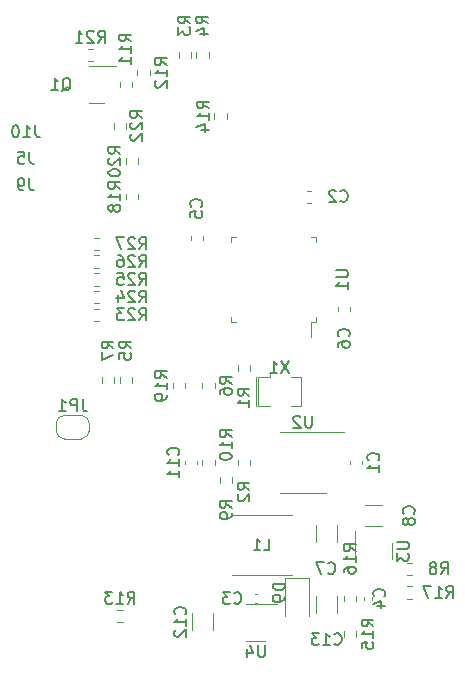
<source format=gbr>
%TF.GenerationSoftware,KiCad,Pcbnew,(6.0.8)*%
%TF.CreationDate,2023-04-16T02:33:25+09:00*%
%TF.ProjectId,ORION_sub_v2,4f52494f-4e5f-4737-9562-5f76322e6b69,rev?*%
%TF.SameCoordinates,Original*%
%TF.FileFunction,Legend,Bot*%
%TF.FilePolarity,Positive*%
%FSLAX46Y46*%
G04 Gerber Fmt 4.6, Leading zero omitted, Abs format (unit mm)*
G04 Created by KiCad (PCBNEW (6.0.8)) date 2023-04-16 02:33:25*
%MOMM*%
%LPD*%
G01*
G04 APERTURE LIST*
%ADD10C,0.150000*%
%ADD11C,0.120000*%
G04 APERTURE END LIST*
D10*
%TO.C,R19*%
X110952380Y-86357142D02*
X110476190Y-86023809D01*
X110952380Y-85785714D02*
X109952380Y-85785714D01*
X109952380Y-86166666D01*
X110000000Y-86261904D01*
X110047619Y-86309523D01*
X110142857Y-86357142D01*
X110285714Y-86357142D01*
X110380952Y-86309523D01*
X110428571Y-86261904D01*
X110476190Y-86166666D01*
X110476190Y-85785714D01*
X110952380Y-87309523D02*
X110952380Y-86738095D01*
X110952380Y-87023809D02*
X109952380Y-87023809D01*
X110095238Y-86928571D01*
X110190476Y-86833333D01*
X110238095Y-86738095D01*
X110952380Y-87785714D02*
X110952380Y-87976190D01*
X110904761Y-88071428D01*
X110857142Y-88119047D01*
X110714285Y-88214285D01*
X110523809Y-88261904D01*
X110142857Y-88261904D01*
X110047619Y-88214285D01*
X110000000Y-88166666D01*
X109952380Y-88071428D01*
X109952380Y-87880952D01*
X110000000Y-87785714D01*
X110047619Y-87738095D01*
X110142857Y-87690476D01*
X110380952Y-87690476D01*
X110476190Y-87738095D01*
X110523809Y-87785714D01*
X110571428Y-87880952D01*
X110571428Y-88071428D01*
X110523809Y-88166666D01*
X110476190Y-88214285D01*
X110380952Y-88261904D01*
%TO.C,R13*%
X107642857Y-105452380D02*
X107976190Y-104976190D01*
X108214285Y-105452380D02*
X108214285Y-104452380D01*
X107833333Y-104452380D01*
X107738095Y-104500000D01*
X107690476Y-104547619D01*
X107642857Y-104642857D01*
X107642857Y-104785714D01*
X107690476Y-104880952D01*
X107738095Y-104928571D01*
X107833333Y-104976190D01*
X108214285Y-104976190D01*
X106690476Y-105452380D02*
X107261904Y-105452380D01*
X106976190Y-105452380D02*
X106976190Y-104452380D01*
X107071428Y-104595238D01*
X107166666Y-104690476D01*
X107261904Y-104738095D01*
X106357142Y-104452380D02*
X105738095Y-104452380D01*
X106071428Y-104833333D01*
X105928571Y-104833333D01*
X105833333Y-104880952D01*
X105785714Y-104928571D01*
X105738095Y-105023809D01*
X105738095Y-105261904D01*
X105785714Y-105357142D01*
X105833333Y-105404761D01*
X105928571Y-105452380D01*
X106214285Y-105452380D01*
X106309523Y-105404761D01*
X106357142Y-105357142D01*
%TO.C,R14*%
X114522380Y-63532142D02*
X114046190Y-63198809D01*
X114522380Y-62960714D02*
X113522380Y-62960714D01*
X113522380Y-63341666D01*
X113570000Y-63436904D01*
X113617619Y-63484523D01*
X113712857Y-63532142D01*
X113855714Y-63532142D01*
X113950952Y-63484523D01*
X113998571Y-63436904D01*
X114046190Y-63341666D01*
X114046190Y-62960714D01*
X114522380Y-64484523D02*
X114522380Y-63913095D01*
X114522380Y-64198809D02*
X113522380Y-64198809D01*
X113665238Y-64103571D01*
X113760476Y-64008333D01*
X113808095Y-63913095D01*
X113855714Y-65341666D02*
X114522380Y-65341666D01*
X113474761Y-65103571D02*
X114189047Y-64865476D01*
X114189047Y-65484523D01*
%TO.C,R2*%
X117952380Y-95833333D02*
X117476190Y-95500000D01*
X117952380Y-95261904D02*
X116952380Y-95261904D01*
X116952380Y-95642857D01*
X117000000Y-95738095D01*
X117047619Y-95785714D01*
X117142857Y-95833333D01*
X117285714Y-95833333D01*
X117380952Y-95785714D01*
X117428571Y-95738095D01*
X117476190Y-95642857D01*
X117476190Y-95261904D01*
X117047619Y-96214285D02*
X117000000Y-96261904D01*
X116952380Y-96357142D01*
X116952380Y-96595238D01*
X117000000Y-96690476D01*
X117047619Y-96738095D01*
X117142857Y-96785714D01*
X117238095Y-96785714D01*
X117380952Y-96738095D01*
X117952380Y-96166666D01*
X117952380Y-96785714D01*
%TO.C,J10*%
X99809523Y-64952380D02*
X99809523Y-65666666D01*
X99857142Y-65809523D01*
X99952380Y-65904761D01*
X100095238Y-65952380D01*
X100190476Y-65952380D01*
X98809523Y-65952380D02*
X99380952Y-65952380D01*
X99095238Y-65952380D02*
X99095238Y-64952380D01*
X99190476Y-65095238D01*
X99285714Y-65190476D01*
X99380952Y-65238095D01*
X98190476Y-64952380D02*
X98095238Y-64952380D01*
X98000000Y-65000000D01*
X97952380Y-65047619D01*
X97904761Y-65142857D01*
X97857142Y-65333333D01*
X97857142Y-65571428D01*
X97904761Y-65761904D01*
X97952380Y-65857142D01*
X98000000Y-65904761D01*
X98095238Y-65952380D01*
X98190476Y-65952380D01*
X98285714Y-65904761D01*
X98333333Y-65857142D01*
X98380952Y-65761904D01*
X98428571Y-65571428D01*
X98428571Y-65333333D01*
X98380952Y-65142857D01*
X98333333Y-65047619D01*
X98285714Y-65000000D01*
X98190476Y-64952380D01*
%TO.C,R5*%
X107952380Y-83833333D02*
X107476190Y-83500000D01*
X107952380Y-83261904D02*
X106952380Y-83261904D01*
X106952380Y-83642857D01*
X107000000Y-83738095D01*
X107047619Y-83785714D01*
X107142857Y-83833333D01*
X107285714Y-83833333D01*
X107380952Y-83785714D01*
X107428571Y-83738095D01*
X107476190Y-83642857D01*
X107476190Y-83261904D01*
X106952380Y-84738095D02*
X106952380Y-84261904D01*
X107428571Y-84214285D01*
X107380952Y-84261904D01*
X107333333Y-84357142D01*
X107333333Y-84595238D01*
X107380952Y-84690476D01*
X107428571Y-84738095D01*
X107523809Y-84785714D01*
X107761904Y-84785714D01*
X107857142Y-84738095D01*
X107904761Y-84690476D01*
X107952380Y-84595238D01*
X107952380Y-84357142D01*
X107904761Y-84261904D01*
X107857142Y-84214285D01*
%TO.C,R18*%
X107022380Y-70357142D02*
X106546190Y-70023809D01*
X107022380Y-69785714D02*
X106022380Y-69785714D01*
X106022380Y-70166666D01*
X106070000Y-70261904D01*
X106117619Y-70309523D01*
X106212857Y-70357142D01*
X106355714Y-70357142D01*
X106450952Y-70309523D01*
X106498571Y-70261904D01*
X106546190Y-70166666D01*
X106546190Y-69785714D01*
X107022380Y-71309523D02*
X107022380Y-70738095D01*
X107022380Y-71023809D02*
X106022380Y-71023809D01*
X106165238Y-70928571D01*
X106260476Y-70833333D01*
X106308095Y-70738095D01*
X106450952Y-71880952D02*
X106403333Y-71785714D01*
X106355714Y-71738095D01*
X106260476Y-71690476D01*
X106212857Y-71690476D01*
X106117619Y-71738095D01*
X106070000Y-71785714D01*
X106022380Y-71880952D01*
X106022380Y-72071428D01*
X106070000Y-72166666D01*
X106117619Y-72214285D01*
X106212857Y-72261904D01*
X106260476Y-72261904D01*
X106355714Y-72214285D01*
X106403333Y-72166666D01*
X106450952Y-72071428D01*
X106450952Y-71880952D01*
X106498571Y-71785714D01*
X106546190Y-71738095D01*
X106641428Y-71690476D01*
X106831904Y-71690476D01*
X106927142Y-71738095D01*
X106974761Y-71785714D01*
X107022380Y-71880952D01*
X107022380Y-72071428D01*
X106974761Y-72166666D01*
X106927142Y-72214285D01*
X106831904Y-72261904D01*
X106641428Y-72261904D01*
X106546190Y-72214285D01*
X106498571Y-72166666D01*
X106450952Y-72071428D01*
%TO.C,C2*%
X125666666Y-71357142D02*
X125714285Y-71404761D01*
X125857142Y-71452380D01*
X125952380Y-71452380D01*
X126095238Y-71404761D01*
X126190476Y-71309523D01*
X126238095Y-71214285D01*
X126285714Y-71023809D01*
X126285714Y-70880952D01*
X126238095Y-70690476D01*
X126190476Y-70595238D01*
X126095238Y-70500000D01*
X125952380Y-70452380D01*
X125857142Y-70452380D01*
X125714285Y-70500000D01*
X125666666Y-70547619D01*
X125285714Y-70547619D02*
X125238095Y-70500000D01*
X125142857Y-70452380D01*
X124904761Y-70452380D01*
X124809523Y-70500000D01*
X124761904Y-70547619D01*
X124714285Y-70642857D01*
X124714285Y-70738095D01*
X124761904Y-70880952D01*
X125333333Y-71452380D01*
X124714285Y-71452380D01*
%TO.C,R1*%
X117952380Y-87833333D02*
X117476190Y-87500000D01*
X117952380Y-87261904D02*
X116952380Y-87261904D01*
X116952380Y-87642857D01*
X117000000Y-87738095D01*
X117047619Y-87785714D01*
X117142857Y-87833333D01*
X117285714Y-87833333D01*
X117380952Y-87785714D01*
X117428571Y-87738095D01*
X117476190Y-87642857D01*
X117476190Y-87261904D01*
X117952380Y-88785714D02*
X117952380Y-88214285D01*
X117952380Y-88500000D02*
X116952380Y-88500000D01*
X117095238Y-88404761D01*
X117190476Y-88309523D01*
X117238095Y-88214285D01*
%TO.C,C11*%
X111927142Y-92857142D02*
X111974761Y-92809523D01*
X112022380Y-92666666D01*
X112022380Y-92571428D01*
X111974761Y-92428571D01*
X111879523Y-92333333D01*
X111784285Y-92285714D01*
X111593809Y-92238095D01*
X111450952Y-92238095D01*
X111260476Y-92285714D01*
X111165238Y-92333333D01*
X111070000Y-92428571D01*
X111022380Y-92571428D01*
X111022380Y-92666666D01*
X111070000Y-92809523D01*
X111117619Y-92857142D01*
X112022380Y-93809523D02*
X112022380Y-93238095D01*
X112022380Y-93523809D02*
X111022380Y-93523809D01*
X111165238Y-93428571D01*
X111260476Y-93333333D01*
X111308095Y-93238095D01*
X112022380Y-94761904D02*
X112022380Y-94190476D01*
X112022380Y-94476190D02*
X111022380Y-94476190D01*
X111165238Y-94380952D01*
X111260476Y-94285714D01*
X111308095Y-94190476D01*
%TO.C,R16*%
X126952380Y-101007142D02*
X126476190Y-100673809D01*
X126952380Y-100435714D02*
X125952380Y-100435714D01*
X125952380Y-100816666D01*
X126000000Y-100911904D01*
X126047619Y-100959523D01*
X126142857Y-101007142D01*
X126285714Y-101007142D01*
X126380952Y-100959523D01*
X126428571Y-100911904D01*
X126476190Y-100816666D01*
X126476190Y-100435714D01*
X126952380Y-101959523D02*
X126952380Y-101388095D01*
X126952380Y-101673809D02*
X125952380Y-101673809D01*
X126095238Y-101578571D01*
X126190476Y-101483333D01*
X126238095Y-101388095D01*
X125952380Y-102816666D02*
X125952380Y-102626190D01*
X126000000Y-102530952D01*
X126047619Y-102483333D01*
X126190476Y-102388095D01*
X126380952Y-102340476D01*
X126761904Y-102340476D01*
X126857142Y-102388095D01*
X126904761Y-102435714D01*
X126952380Y-102530952D01*
X126952380Y-102721428D01*
X126904761Y-102816666D01*
X126857142Y-102864285D01*
X126761904Y-102911904D01*
X126523809Y-102911904D01*
X126428571Y-102864285D01*
X126380952Y-102816666D01*
X126333333Y-102721428D01*
X126333333Y-102530952D01*
X126380952Y-102435714D01*
X126428571Y-102388095D01*
X126523809Y-102340476D01*
%TO.C,C7*%
X124616666Y-102857142D02*
X124664285Y-102904761D01*
X124807142Y-102952380D01*
X124902380Y-102952380D01*
X125045238Y-102904761D01*
X125140476Y-102809523D01*
X125188095Y-102714285D01*
X125235714Y-102523809D01*
X125235714Y-102380952D01*
X125188095Y-102190476D01*
X125140476Y-102095238D01*
X125045238Y-102000000D01*
X124902380Y-101952380D01*
X124807142Y-101952380D01*
X124664285Y-102000000D01*
X124616666Y-102047619D01*
X124283333Y-101952380D02*
X123616666Y-101952380D01*
X124045238Y-102952380D01*
%TO.C,R3*%
X112952380Y-56333333D02*
X112476190Y-56000000D01*
X112952380Y-55761904D02*
X111952380Y-55761904D01*
X111952380Y-56142857D01*
X112000000Y-56238095D01*
X112047619Y-56285714D01*
X112142857Y-56333333D01*
X112285714Y-56333333D01*
X112380952Y-56285714D01*
X112428571Y-56238095D01*
X112476190Y-56142857D01*
X112476190Y-55761904D01*
X111952380Y-56666666D02*
X111952380Y-57285714D01*
X112333333Y-56952380D01*
X112333333Y-57095238D01*
X112380952Y-57190476D01*
X112428571Y-57238095D01*
X112523809Y-57285714D01*
X112761904Y-57285714D01*
X112857142Y-57238095D01*
X112904761Y-57190476D01*
X112952380Y-57095238D01*
X112952380Y-56809523D01*
X112904761Y-56714285D01*
X112857142Y-56666666D01*
%TO.C,L1*%
X119166666Y-100952380D02*
X119642857Y-100952380D01*
X119642857Y-99952380D01*
X118309523Y-100952380D02*
X118880952Y-100952380D01*
X118595238Y-100952380D02*
X118595238Y-99952380D01*
X118690476Y-100095238D01*
X118785714Y-100190476D01*
X118880952Y-100238095D01*
%TO.C,R17*%
X134642857Y-104952380D02*
X134976190Y-104476190D01*
X135214285Y-104952380D02*
X135214285Y-103952380D01*
X134833333Y-103952380D01*
X134738095Y-104000000D01*
X134690476Y-104047619D01*
X134642857Y-104142857D01*
X134642857Y-104285714D01*
X134690476Y-104380952D01*
X134738095Y-104428571D01*
X134833333Y-104476190D01*
X135214285Y-104476190D01*
X133690476Y-104952380D02*
X134261904Y-104952380D01*
X133976190Y-104952380D02*
X133976190Y-103952380D01*
X134071428Y-104095238D01*
X134166666Y-104190476D01*
X134261904Y-104238095D01*
X133357142Y-103952380D02*
X132690476Y-103952380D01*
X133119047Y-104952380D01*
%TO.C,R9*%
X116452380Y-97333333D02*
X115976190Y-97000000D01*
X116452380Y-96761904D02*
X115452380Y-96761904D01*
X115452380Y-97142857D01*
X115500000Y-97238095D01*
X115547619Y-97285714D01*
X115642857Y-97333333D01*
X115785714Y-97333333D01*
X115880952Y-97285714D01*
X115928571Y-97238095D01*
X115976190Y-97142857D01*
X115976190Y-96761904D01*
X116452380Y-97809523D02*
X116452380Y-98000000D01*
X116404761Y-98095238D01*
X116357142Y-98142857D01*
X116214285Y-98238095D01*
X116023809Y-98285714D01*
X115642857Y-98285714D01*
X115547619Y-98238095D01*
X115500000Y-98190476D01*
X115452380Y-98095238D01*
X115452380Y-97904761D01*
X115500000Y-97809523D01*
X115547619Y-97761904D01*
X115642857Y-97714285D01*
X115880952Y-97714285D01*
X115976190Y-97761904D01*
X116023809Y-97809523D01*
X116071428Y-97904761D01*
X116071428Y-98095238D01*
X116023809Y-98190476D01*
X115976190Y-98238095D01*
X115880952Y-98285714D01*
%TO.C,U2*%
X123261904Y-89552380D02*
X123261904Y-90361904D01*
X123214285Y-90457142D01*
X123166666Y-90504761D01*
X123071428Y-90552380D01*
X122880952Y-90552380D01*
X122785714Y-90504761D01*
X122738095Y-90457142D01*
X122690476Y-90361904D01*
X122690476Y-89552380D01*
X122261904Y-89647619D02*
X122214285Y-89600000D01*
X122119047Y-89552380D01*
X121880952Y-89552380D01*
X121785714Y-89600000D01*
X121738095Y-89647619D01*
X121690476Y-89742857D01*
X121690476Y-89838095D01*
X121738095Y-89980952D01*
X122309523Y-90552380D01*
X121690476Y-90552380D01*
%TO.C,C8*%
X131857142Y-97833333D02*
X131904761Y-97785714D01*
X131952380Y-97642857D01*
X131952380Y-97547619D01*
X131904761Y-97404761D01*
X131809523Y-97309523D01*
X131714285Y-97261904D01*
X131523809Y-97214285D01*
X131380952Y-97214285D01*
X131190476Y-97261904D01*
X131095238Y-97309523D01*
X131000000Y-97404761D01*
X130952380Y-97547619D01*
X130952380Y-97642857D01*
X131000000Y-97785714D01*
X131047619Y-97833333D01*
X131380952Y-98404761D02*
X131333333Y-98309523D01*
X131285714Y-98261904D01*
X131190476Y-98214285D01*
X131142857Y-98214285D01*
X131047619Y-98261904D01*
X131000000Y-98309523D01*
X130952380Y-98404761D01*
X130952380Y-98595238D01*
X131000000Y-98690476D01*
X131047619Y-98738095D01*
X131142857Y-98785714D01*
X131190476Y-98785714D01*
X131285714Y-98738095D01*
X131333333Y-98690476D01*
X131380952Y-98595238D01*
X131380952Y-98404761D01*
X131428571Y-98309523D01*
X131476190Y-98261904D01*
X131571428Y-98214285D01*
X131761904Y-98214285D01*
X131857142Y-98261904D01*
X131904761Y-98309523D01*
X131952380Y-98404761D01*
X131952380Y-98595238D01*
X131904761Y-98690476D01*
X131857142Y-98738095D01*
X131761904Y-98785714D01*
X131571428Y-98785714D01*
X131476190Y-98738095D01*
X131428571Y-98690476D01*
X131380952Y-98595238D01*
%TO.C,C1*%
X128857142Y-93333333D02*
X128904761Y-93285714D01*
X128952380Y-93142857D01*
X128952380Y-93047619D01*
X128904761Y-92904761D01*
X128809523Y-92809523D01*
X128714285Y-92761904D01*
X128523809Y-92714285D01*
X128380952Y-92714285D01*
X128190476Y-92761904D01*
X128095238Y-92809523D01*
X128000000Y-92904761D01*
X127952380Y-93047619D01*
X127952380Y-93142857D01*
X128000000Y-93285714D01*
X128047619Y-93333333D01*
X128952380Y-94285714D02*
X128952380Y-93714285D01*
X128952380Y-94000000D02*
X127952380Y-94000000D01*
X128095238Y-93904761D01*
X128190476Y-93809523D01*
X128238095Y-93714285D01*
%TO.C,U1*%
X125302380Y-77238095D02*
X126111904Y-77238095D01*
X126207142Y-77285714D01*
X126254761Y-77333333D01*
X126302380Y-77428571D01*
X126302380Y-77619047D01*
X126254761Y-77714285D01*
X126207142Y-77761904D01*
X126111904Y-77809523D01*
X125302380Y-77809523D01*
X126302380Y-78809523D02*
X126302380Y-78238095D01*
X126302380Y-78523809D02*
X125302380Y-78523809D01*
X125445238Y-78428571D01*
X125540476Y-78333333D01*
X125588095Y-78238095D01*
%TO.C,C5*%
X113857142Y-71833333D02*
X113904761Y-71785714D01*
X113952380Y-71642857D01*
X113952380Y-71547619D01*
X113904761Y-71404761D01*
X113809523Y-71309523D01*
X113714285Y-71261904D01*
X113523809Y-71214285D01*
X113380952Y-71214285D01*
X113190476Y-71261904D01*
X113095238Y-71309523D01*
X113000000Y-71404761D01*
X112952380Y-71547619D01*
X112952380Y-71642857D01*
X113000000Y-71785714D01*
X113047619Y-71833333D01*
X112952380Y-72738095D02*
X112952380Y-72261904D01*
X113428571Y-72214285D01*
X113380952Y-72261904D01*
X113333333Y-72357142D01*
X113333333Y-72595238D01*
X113380952Y-72690476D01*
X113428571Y-72738095D01*
X113523809Y-72785714D01*
X113761904Y-72785714D01*
X113857142Y-72738095D01*
X113904761Y-72690476D01*
X113952380Y-72595238D01*
X113952380Y-72357142D01*
X113904761Y-72261904D01*
X113857142Y-72214285D01*
%TO.C,R26*%
X108642857Y-76952380D02*
X108976190Y-76476190D01*
X109214285Y-76952380D02*
X109214285Y-75952380D01*
X108833333Y-75952380D01*
X108738095Y-76000000D01*
X108690476Y-76047619D01*
X108642857Y-76142857D01*
X108642857Y-76285714D01*
X108690476Y-76380952D01*
X108738095Y-76428571D01*
X108833333Y-76476190D01*
X109214285Y-76476190D01*
X108261904Y-76047619D02*
X108214285Y-76000000D01*
X108119047Y-75952380D01*
X107880952Y-75952380D01*
X107785714Y-76000000D01*
X107738095Y-76047619D01*
X107690476Y-76142857D01*
X107690476Y-76238095D01*
X107738095Y-76380952D01*
X108309523Y-76952380D01*
X107690476Y-76952380D01*
X106833333Y-75952380D02*
X107023809Y-75952380D01*
X107119047Y-76000000D01*
X107166666Y-76047619D01*
X107261904Y-76190476D01*
X107309523Y-76380952D01*
X107309523Y-76761904D01*
X107261904Y-76857142D01*
X107214285Y-76904761D01*
X107119047Y-76952380D01*
X106928571Y-76952380D01*
X106833333Y-76904761D01*
X106785714Y-76857142D01*
X106738095Y-76761904D01*
X106738095Y-76523809D01*
X106785714Y-76428571D01*
X106833333Y-76380952D01*
X106928571Y-76333333D01*
X107119047Y-76333333D01*
X107214285Y-76380952D01*
X107261904Y-76428571D01*
X107309523Y-76523809D01*
%TO.C,C3*%
X116666666Y-105382142D02*
X116714285Y-105429761D01*
X116857142Y-105477380D01*
X116952380Y-105477380D01*
X117095238Y-105429761D01*
X117190476Y-105334523D01*
X117238095Y-105239285D01*
X117285714Y-105048809D01*
X117285714Y-104905952D01*
X117238095Y-104715476D01*
X117190476Y-104620238D01*
X117095238Y-104525000D01*
X116952380Y-104477380D01*
X116857142Y-104477380D01*
X116714285Y-104525000D01*
X116666666Y-104572619D01*
X116333333Y-104477380D02*
X115714285Y-104477380D01*
X116047619Y-104858333D01*
X115904761Y-104858333D01*
X115809523Y-104905952D01*
X115761904Y-104953571D01*
X115714285Y-105048809D01*
X115714285Y-105286904D01*
X115761904Y-105382142D01*
X115809523Y-105429761D01*
X115904761Y-105477380D01*
X116190476Y-105477380D01*
X116285714Y-105429761D01*
X116333333Y-105382142D01*
%TO.C,R24*%
X108642857Y-79952380D02*
X108976190Y-79476190D01*
X109214285Y-79952380D02*
X109214285Y-78952380D01*
X108833333Y-78952380D01*
X108738095Y-79000000D01*
X108690476Y-79047619D01*
X108642857Y-79142857D01*
X108642857Y-79285714D01*
X108690476Y-79380952D01*
X108738095Y-79428571D01*
X108833333Y-79476190D01*
X109214285Y-79476190D01*
X108261904Y-79047619D02*
X108214285Y-79000000D01*
X108119047Y-78952380D01*
X107880952Y-78952380D01*
X107785714Y-79000000D01*
X107738095Y-79047619D01*
X107690476Y-79142857D01*
X107690476Y-79238095D01*
X107738095Y-79380952D01*
X108309523Y-79952380D01*
X107690476Y-79952380D01*
X106833333Y-79285714D02*
X106833333Y-79952380D01*
X107071428Y-78904761D02*
X107309523Y-79619047D01*
X106690476Y-79619047D01*
%TO.C,R7*%
X106452380Y-83833333D02*
X105976190Y-83500000D01*
X106452380Y-83261904D02*
X105452380Y-83261904D01*
X105452380Y-83642857D01*
X105500000Y-83738095D01*
X105547619Y-83785714D01*
X105642857Y-83833333D01*
X105785714Y-83833333D01*
X105880952Y-83785714D01*
X105928571Y-83738095D01*
X105976190Y-83642857D01*
X105976190Y-83261904D01*
X105452380Y-84166666D02*
X105452380Y-84833333D01*
X106452380Y-84404761D01*
%TO.C,X1*%
X121309523Y-84952380D02*
X120642857Y-85952380D01*
X120642857Y-84952380D02*
X121309523Y-85952380D01*
X119738095Y-85952380D02*
X120309523Y-85952380D01*
X120023809Y-85952380D02*
X120023809Y-84952380D01*
X120119047Y-85095238D01*
X120214285Y-85190476D01*
X120309523Y-85238095D01*
%TO.C,R12*%
X110952380Y-59857142D02*
X110476190Y-59523809D01*
X110952380Y-59285714D02*
X109952380Y-59285714D01*
X109952380Y-59666666D01*
X110000000Y-59761904D01*
X110047619Y-59809523D01*
X110142857Y-59857142D01*
X110285714Y-59857142D01*
X110380952Y-59809523D01*
X110428571Y-59761904D01*
X110476190Y-59666666D01*
X110476190Y-59285714D01*
X110952380Y-60809523D02*
X110952380Y-60238095D01*
X110952380Y-60523809D02*
X109952380Y-60523809D01*
X110095238Y-60428571D01*
X110190476Y-60333333D01*
X110238095Y-60238095D01*
X110047619Y-61190476D02*
X110000000Y-61238095D01*
X109952380Y-61333333D01*
X109952380Y-61571428D01*
X110000000Y-61666666D01*
X110047619Y-61714285D01*
X110142857Y-61761904D01*
X110238095Y-61761904D01*
X110380952Y-61714285D01*
X110952380Y-61142857D01*
X110952380Y-61761904D01*
%TO.C,R6*%
X116452380Y-86833333D02*
X115976190Y-86500000D01*
X116452380Y-86261904D02*
X115452380Y-86261904D01*
X115452380Y-86642857D01*
X115500000Y-86738095D01*
X115547619Y-86785714D01*
X115642857Y-86833333D01*
X115785714Y-86833333D01*
X115880952Y-86785714D01*
X115928571Y-86738095D01*
X115976190Y-86642857D01*
X115976190Y-86261904D01*
X115452380Y-87690476D02*
X115452380Y-87500000D01*
X115500000Y-87404761D01*
X115547619Y-87357142D01*
X115690476Y-87261904D01*
X115880952Y-87214285D01*
X116261904Y-87214285D01*
X116357142Y-87261904D01*
X116404761Y-87309523D01*
X116452380Y-87404761D01*
X116452380Y-87595238D01*
X116404761Y-87690476D01*
X116357142Y-87738095D01*
X116261904Y-87785714D01*
X116023809Y-87785714D01*
X115928571Y-87738095D01*
X115880952Y-87690476D01*
X115833333Y-87595238D01*
X115833333Y-87404761D01*
X115880952Y-87309523D01*
X115928571Y-87261904D01*
X116023809Y-87214285D01*
%TO.C,R23*%
X108642857Y-81452380D02*
X108976190Y-80976190D01*
X109214285Y-81452380D02*
X109214285Y-80452380D01*
X108833333Y-80452380D01*
X108738095Y-80500000D01*
X108690476Y-80547619D01*
X108642857Y-80642857D01*
X108642857Y-80785714D01*
X108690476Y-80880952D01*
X108738095Y-80928571D01*
X108833333Y-80976190D01*
X109214285Y-80976190D01*
X108261904Y-80547619D02*
X108214285Y-80500000D01*
X108119047Y-80452380D01*
X107880952Y-80452380D01*
X107785714Y-80500000D01*
X107738095Y-80547619D01*
X107690476Y-80642857D01*
X107690476Y-80738095D01*
X107738095Y-80880952D01*
X108309523Y-81452380D01*
X107690476Y-81452380D01*
X107357142Y-80452380D02*
X106738095Y-80452380D01*
X107071428Y-80833333D01*
X106928571Y-80833333D01*
X106833333Y-80880952D01*
X106785714Y-80928571D01*
X106738095Y-81023809D01*
X106738095Y-81261904D01*
X106785714Y-81357142D01*
X106833333Y-81404761D01*
X106928571Y-81452380D01*
X107214285Y-81452380D01*
X107309523Y-81404761D01*
X107357142Y-81357142D01*
%TO.C,R11*%
X107952380Y-57857142D02*
X107476190Y-57523809D01*
X107952380Y-57285714D02*
X106952380Y-57285714D01*
X106952380Y-57666666D01*
X107000000Y-57761904D01*
X107047619Y-57809523D01*
X107142857Y-57857142D01*
X107285714Y-57857142D01*
X107380952Y-57809523D01*
X107428571Y-57761904D01*
X107476190Y-57666666D01*
X107476190Y-57285714D01*
X107952380Y-58809523D02*
X107952380Y-58238095D01*
X107952380Y-58523809D02*
X106952380Y-58523809D01*
X107095238Y-58428571D01*
X107190476Y-58333333D01*
X107238095Y-58238095D01*
X107952380Y-59761904D02*
X107952380Y-59190476D01*
X107952380Y-59476190D02*
X106952380Y-59476190D01*
X107095238Y-59380952D01*
X107190476Y-59285714D01*
X107238095Y-59190476D01*
%TO.C,R20*%
X107022380Y-67357142D02*
X106546190Y-67023809D01*
X107022380Y-66785714D02*
X106022380Y-66785714D01*
X106022380Y-67166666D01*
X106070000Y-67261904D01*
X106117619Y-67309523D01*
X106212857Y-67357142D01*
X106355714Y-67357142D01*
X106450952Y-67309523D01*
X106498571Y-67261904D01*
X106546190Y-67166666D01*
X106546190Y-66785714D01*
X106117619Y-67738095D02*
X106070000Y-67785714D01*
X106022380Y-67880952D01*
X106022380Y-68119047D01*
X106070000Y-68214285D01*
X106117619Y-68261904D01*
X106212857Y-68309523D01*
X106308095Y-68309523D01*
X106450952Y-68261904D01*
X107022380Y-67690476D01*
X107022380Y-68309523D01*
X106022380Y-68928571D02*
X106022380Y-69023809D01*
X106070000Y-69119047D01*
X106117619Y-69166666D01*
X106212857Y-69214285D01*
X106403333Y-69261904D01*
X106641428Y-69261904D01*
X106831904Y-69214285D01*
X106927142Y-69166666D01*
X106974761Y-69119047D01*
X107022380Y-69023809D01*
X107022380Y-68928571D01*
X106974761Y-68833333D01*
X106927142Y-68785714D01*
X106831904Y-68738095D01*
X106641428Y-68690476D01*
X106403333Y-68690476D01*
X106212857Y-68738095D01*
X106117619Y-68785714D01*
X106070000Y-68833333D01*
X106022380Y-68928571D01*
%TO.C,C12*%
X112507142Y-106357142D02*
X112554761Y-106309523D01*
X112602380Y-106166666D01*
X112602380Y-106071428D01*
X112554761Y-105928571D01*
X112459523Y-105833333D01*
X112364285Y-105785714D01*
X112173809Y-105738095D01*
X112030952Y-105738095D01*
X111840476Y-105785714D01*
X111745238Y-105833333D01*
X111650000Y-105928571D01*
X111602380Y-106071428D01*
X111602380Y-106166666D01*
X111650000Y-106309523D01*
X111697619Y-106357142D01*
X112602380Y-107309523D02*
X112602380Y-106738095D01*
X112602380Y-107023809D02*
X111602380Y-107023809D01*
X111745238Y-106928571D01*
X111840476Y-106833333D01*
X111888095Y-106738095D01*
X111697619Y-107690476D02*
X111650000Y-107738095D01*
X111602380Y-107833333D01*
X111602380Y-108071428D01*
X111650000Y-108166666D01*
X111697619Y-108214285D01*
X111792857Y-108261904D01*
X111888095Y-108261904D01*
X112030952Y-108214285D01*
X112602380Y-107642857D01*
X112602380Y-108261904D01*
%TO.C,R4*%
X114452380Y-56333333D02*
X113976190Y-56000000D01*
X114452380Y-55761904D02*
X113452380Y-55761904D01*
X113452380Y-56142857D01*
X113500000Y-56238095D01*
X113547619Y-56285714D01*
X113642857Y-56333333D01*
X113785714Y-56333333D01*
X113880952Y-56285714D01*
X113928571Y-56238095D01*
X113976190Y-56142857D01*
X113976190Y-55761904D01*
X113785714Y-57190476D02*
X114452380Y-57190476D01*
X113404761Y-56952380D02*
X114119047Y-56714285D01*
X114119047Y-57333333D01*
%TO.C,R27*%
X108642857Y-75452380D02*
X108976190Y-74976190D01*
X109214285Y-75452380D02*
X109214285Y-74452380D01*
X108833333Y-74452380D01*
X108738095Y-74500000D01*
X108690476Y-74547619D01*
X108642857Y-74642857D01*
X108642857Y-74785714D01*
X108690476Y-74880952D01*
X108738095Y-74928571D01*
X108833333Y-74976190D01*
X109214285Y-74976190D01*
X108261904Y-74547619D02*
X108214285Y-74500000D01*
X108119047Y-74452380D01*
X107880952Y-74452380D01*
X107785714Y-74500000D01*
X107738095Y-74547619D01*
X107690476Y-74642857D01*
X107690476Y-74738095D01*
X107738095Y-74880952D01*
X108309523Y-75452380D01*
X107690476Y-75452380D01*
X107357142Y-74452380D02*
X106690476Y-74452380D01*
X107119047Y-75452380D01*
%TO.C,C4*%
X129357142Y-104833333D02*
X129404761Y-104785714D01*
X129452380Y-104642857D01*
X129452380Y-104547619D01*
X129404761Y-104404761D01*
X129309523Y-104309523D01*
X129214285Y-104261904D01*
X129023809Y-104214285D01*
X128880952Y-104214285D01*
X128690476Y-104261904D01*
X128595238Y-104309523D01*
X128500000Y-104404761D01*
X128452380Y-104547619D01*
X128452380Y-104642857D01*
X128500000Y-104785714D01*
X128547619Y-104833333D01*
X128785714Y-105690476D02*
X129452380Y-105690476D01*
X128404761Y-105452380D02*
X129119047Y-105214285D01*
X129119047Y-105833333D01*
%TO.C,R10*%
X116452380Y-91357142D02*
X115976190Y-91023809D01*
X116452380Y-90785714D02*
X115452380Y-90785714D01*
X115452380Y-91166666D01*
X115500000Y-91261904D01*
X115547619Y-91309523D01*
X115642857Y-91357142D01*
X115785714Y-91357142D01*
X115880952Y-91309523D01*
X115928571Y-91261904D01*
X115976190Y-91166666D01*
X115976190Y-90785714D01*
X116452380Y-92309523D02*
X116452380Y-91738095D01*
X116452380Y-92023809D02*
X115452380Y-92023809D01*
X115595238Y-91928571D01*
X115690476Y-91833333D01*
X115738095Y-91738095D01*
X115452380Y-92928571D02*
X115452380Y-93023809D01*
X115500000Y-93119047D01*
X115547619Y-93166666D01*
X115642857Y-93214285D01*
X115833333Y-93261904D01*
X116071428Y-93261904D01*
X116261904Y-93214285D01*
X116357142Y-93166666D01*
X116404761Y-93119047D01*
X116452380Y-93023809D01*
X116452380Y-92928571D01*
X116404761Y-92833333D01*
X116357142Y-92785714D01*
X116261904Y-92738095D01*
X116071428Y-92690476D01*
X115833333Y-92690476D01*
X115642857Y-92738095D01*
X115547619Y-92785714D01*
X115500000Y-92833333D01*
X115452380Y-92928571D01*
%TO.C,J9*%
X99333333Y-69452380D02*
X99333333Y-70166666D01*
X99380952Y-70309523D01*
X99476190Y-70404761D01*
X99619047Y-70452380D01*
X99714285Y-70452380D01*
X98809523Y-70452380D02*
X98619047Y-70452380D01*
X98523809Y-70404761D01*
X98476190Y-70357142D01*
X98380952Y-70214285D01*
X98333333Y-70023809D01*
X98333333Y-69642857D01*
X98380952Y-69547619D01*
X98428571Y-69500000D01*
X98523809Y-69452380D01*
X98714285Y-69452380D01*
X98809523Y-69500000D01*
X98857142Y-69547619D01*
X98904761Y-69642857D01*
X98904761Y-69880952D01*
X98857142Y-69976190D01*
X98809523Y-70023809D01*
X98714285Y-70071428D01*
X98523809Y-70071428D01*
X98428571Y-70023809D01*
X98380952Y-69976190D01*
X98333333Y-69880952D01*
%TO.C,R21*%
X105142857Y-57952380D02*
X105476190Y-57476190D01*
X105714285Y-57952380D02*
X105714285Y-56952380D01*
X105333333Y-56952380D01*
X105238095Y-57000000D01*
X105190476Y-57047619D01*
X105142857Y-57142857D01*
X105142857Y-57285714D01*
X105190476Y-57380952D01*
X105238095Y-57428571D01*
X105333333Y-57476190D01*
X105714285Y-57476190D01*
X104761904Y-57047619D02*
X104714285Y-57000000D01*
X104619047Y-56952380D01*
X104380952Y-56952380D01*
X104285714Y-57000000D01*
X104238095Y-57047619D01*
X104190476Y-57142857D01*
X104190476Y-57238095D01*
X104238095Y-57380952D01*
X104809523Y-57952380D01*
X104190476Y-57952380D01*
X103238095Y-57952380D02*
X103809523Y-57952380D01*
X103523809Y-57952380D02*
X103523809Y-56952380D01*
X103619047Y-57095238D01*
X103714285Y-57190476D01*
X103809523Y-57238095D01*
%TO.C,R25*%
X108642857Y-78452380D02*
X108976190Y-77976190D01*
X109214285Y-78452380D02*
X109214285Y-77452380D01*
X108833333Y-77452380D01*
X108738095Y-77500000D01*
X108690476Y-77547619D01*
X108642857Y-77642857D01*
X108642857Y-77785714D01*
X108690476Y-77880952D01*
X108738095Y-77928571D01*
X108833333Y-77976190D01*
X109214285Y-77976190D01*
X108261904Y-77547619D02*
X108214285Y-77500000D01*
X108119047Y-77452380D01*
X107880952Y-77452380D01*
X107785714Y-77500000D01*
X107738095Y-77547619D01*
X107690476Y-77642857D01*
X107690476Y-77738095D01*
X107738095Y-77880952D01*
X108309523Y-78452380D01*
X107690476Y-78452380D01*
X106785714Y-77452380D02*
X107261904Y-77452380D01*
X107309523Y-77928571D01*
X107261904Y-77880952D01*
X107166666Y-77833333D01*
X106928571Y-77833333D01*
X106833333Y-77880952D01*
X106785714Y-77928571D01*
X106738095Y-78023809D01*
X106738095Y-78261904D01*
X106785714Y-78357142D01*
X106833333Y-78404761D01*
X106928571Y-78452380D01*
X107166666Y-78452380D01*
X107261904Y-78404761D01*
X107309523Y-78357142D01*
%TO.C,JP1*%
X103833333Y-88152380D02*
X103833333Y-88866666D01*
X103880952Y-89009523D01*
X103976190Y-89104761D01*
X104119047Y-89152380D01*
X104214285Y-89152380D01*
X103357142Y-89152380D02*
X103357142Y-88152380D01*
X102976190Y-88152380D01*
X102880952Y-88200000D01*
X102833333Y-88247619D01*
X102785714Y-88342857D01*
X102785714Y-88485714D01*
X102833333Y-88580952D01*
X102880952Y-88628571D01*
X102976190Y-88676190D01*
X103357142Y-88676190D01*
X101833333Y-89152380D02*
X102404761Y-89152380D01*
X102119047Y-89152380D02*
X102119047Y-88152380D01*
X102214285Y-88295238D01*
X102309523Y-88390476D01*
X102404761Y-88438095D01*
%TO.C,J5*%
X99333333Y-67202380D02*
X99333333Y-67916666D01*
X99380952Y-68059523D01*
X99476190Y-68154761D01*
X99619047Y-68202380D01*
X99714285Y-68202380D01*
X98380952Y-67202380D02*
X98857142Y-67202380D01*
X98904761Y-67678571D01*
X98857142Y-67630952D01*
X98761904Y-67583333D01*
X98523809Y-67583333D01*
X98428571Y-67630952D01*
X98380952Y-67678571D01*
X98333333Y-67773809D01*
X98333333Y-68011904D01*
X98380952Y-68107142D01*
X98428571Y-68154761D01*
X98523809Y-68202380D01*
X98761904Y-68202380D01*
X98857142Y-68154761D01*
X98904761Y-68107142D01*
%TO.C,D9*%
X120952380Y-103761904D02*
X119952380Y-103761904D01*
X119952380Y-104000000D01*
X120000000Y-104142857D01*
X120095238Y-104238095D01*
X120190476Y-104285714D01*
X120380952Y-104333333D01*
X120523809Y-104333333D01*
X120714285Y-104285714D01*
X120809523Y-104238095D01*
X120904761Y-104142857D01*
X120952380Y-104000000D01*
X120952380Y-103761904D01*
X120952380Y-104809523D02*
X120952380Y-105000000D01*
X120904761Y-105095238D01*
X120857142Y-105142857D01*
X120714285Y-105238095D01*
X120523809Y-105285714D01*
X120142857Y-105285714D01*
X120047619Y-105238095D01*
X120000000Y-105190476D01*
X119952380Y-105095238D01*
X119952380Y-104904761D01*
X120000000Y-104809523D01*
X120047619Y-104761904D01*
X120142857Y-104714285D01*
X120380952Y-104714285D01*
X120476190Y-104761904D01*
X120523809Y-104809523D01*
X120571428Y-104904761D01*
X120571428Y-105095238D01*
X120523809Y-105190476D01*
X120476190Y-105238095D01*
X120380952Y-105285714D01*
%TO.C,C13*%
X125142857Y-108857142D02*
X125190476Y-108904761D01*
X125333333Y-108952380D01*
X125428571Y-108952380D01*
X125571428Y-108904761D01*
X125666666Y-108809523D01*
X125714285Y-108714285D01*
X125761904Y-108523809D01*
X125761904Y-108380952D01*
X125714285Y-108190476D01*
X125666666Y-108095238D01*
X125571428Y-108000000D01*
X125428571Y-107952380D01*
X125333333Y-107952380D01*
X125190476Y-108000000D01*
X125142857Y-108047619D01*
X124190476Y-108952380D02*
X124761904Y-108952380D01*
X124476190Y-108952380D02*
X124476190Y-107952380D01*
X124571428Y-108095238D01*
X124666666Y-108190476D01*
X124761904Y-108238095D01*
X123857142Y-107952380D02*
X123238095Y-107952380D01*
X123571428Y-108333333D01*
X123428571Y-108333333D01*
X123333333Y-108380952D01*
X123285714Y-108428571D01*
X123238095Y-108523809D01*
X123238095Y-108761904D01*
X123285714Y-108857142D01*
X123333333Y-108904761D01*
X123428571Y-108952380D01*
X123714285Y-108952380D01*
X123809523Y-108904761D01*
X123857142Y-108857142D01*
%TO.C,Q1*%
X102095238Y-62047619D02*
X102190476Y-62000000D01*
X102285714Y-61904761D01*
X102428571Y-61761904D01*
X102523809Y-61714285D01*
X102619047Y-61714285D01*
X102571428Y-61952380D02*
X102666666Y-61904761D01*
X102761904Y-61809523D01*
X102809523Y-61619047D01*
X102809523Y-61285714D01*
X102761904Y-61095238D01*
X102666666Y-61000000D01*
X102571428Y-60952380D01*
X102380952Y-60952380D01*
X102285714Y-61000000D01*
X102190476Y-61095238D01*
X102142857Y-61285714D01*
X102142857Y-61619047D01*
X102190476Y-61809523D01*
X102285714Y-61904761D01*
X102380952Y-61952380D01*
X102571428Y-61952380D01*
X101190476Y-61952380D02*
X101761904Y-61952380D01*
X101476190Y-61952380D02*
X101476190Y-60952380D01*
X101571428Y-61095238D01*
X101666666Y-61190476D01*
X101761904Y-61238095D01*
%TO.C,U3*%
X130452380Y-100238095D02*
X131261904Y-100238095D01*
X131357142Y-100285714D01*
X131404761Y-100333333D01*
X131452380Y-100428571D01*
X131452380Y-100619047D01*
X131404761Y-100714285D01*
X131357142Y-100761904D01*
X131261904Y-100809523D01*
X130452380Y-100809523D01*
X130452380Y-101190476D02*
X130452380Y-101809523D01*
X130833333Y-101476190D01*
X130833333Y-101619047D01*
X130880952Y-101714285D01*
X130928571Y-101761904D01*
X131023809Y-101809523D01*
X131261904Y-101809523D01*
X131357142Y-101761904D01*
X131404761Y-101714285D01*
X131452380Y-101619047D01*
X131452380Y-101333333D01*
X131404761Y-101238095D01*
X131357142Y-101190476D01*
%TO.C,R22*%
X108882380Y-64357142D02*
X108406190Y-64023809D01*
X108882380Y-63785714D02*
X107882380Y-63785714D01*
X107882380Y-64166666D01*
X107930000Y-64261904D01*
X107977619Y-64309523D01*
X108072857Y-64357142D01*
X108215714Y-64357142D01*
X108310952Y-64309523D01*
X108358571Y-64261904D01*
X108406190Y-64166666D01*
X108406190Y-63785714D01*
X107977619Y-64738095D02*
X107930000Y-64785714D01*
X107882380Y-64880952D01*
X107882380Y-65119047D01*
X107930000Y-65214285D01*
X107977619Y-65261904D01*
X108072857Y-65309523D01*
X108168095Y-65309523D01*
X108310952Y-65261904D01*
X108882380Y-64690476D01*
X108882380Y-65309523D01*
X107977619Y-65690476D02*
X107930000Y-65738095D01*
X107882380Y-65833333D01*
X107882380Y-66071428D01*
X107930000Y-66166666D01*
X107977619Y-66214285D01*
X108072857Y-66261904D01*
X108168095Y-66261904D01*
X108310952Y-66214285D01*
X108882380Y-65642857D01*
X108882380Y-66261904D01*
%TO.C,C6*%
X126357142Y-82833333D02*
X126404761Y-82785714D01*
X126452380Y-82642857D01*
X126452380Y-82547619D01*
X126404761Y-82404761D01*
X126309523Y-82309523D01*
X126214285Y-82261904D01*
X126023809Y-82214285D01*
X125880952Y-82214285D01*
X125690476Y-82261904D01*
X125595238Y-82309523D01*
X125500000Y-82404761D01*
X125452380Y-82547619D01*
X125452380Y-82642857D01*
X125500000Y-82785714D01*
X125547619Y-82833333D01*
X125452380Y-83690476D02*
X125452380Y-83500000D01*
X125500000Y-83404761D01*
X125547619Y-83357142D01*
X125690476Y-83261904D01*
X125880952Y-83214285D01*
X126261904Y-83214285D01*
X126357142Y-83261904D01*
X126404761Y-83309523D01*
X126452380Y-83404761D01*
X126452380Y-83595238D01*
X126404761Y-83690476D01*
X126357142Y-83738095D01*
X126261904Y-83785714D01*
X126023809Y-83785714D01*
X125928571Y-83738095D01*
X125880952Y-83690476D01*
X125833333Y-83595238D01*
X125833333Y-83404761D01*
X125880952Y-83309523D01*
X125928571Y-83261904D01*
X126023809Y-83214285D01*
%TO.C,R15*%
X128452380Y-107382142D02*
X127976190Y-107048809D01*
X128452380Y-106810714D02*
X127452380Y-106810714D01*
X127452380Y-107191666D01*
X127500000Y-107286904D01*
X127547619Y-107334523D01*
X127642857Y-107382142D01*
X127785714Y-107382142D01*
X127880952Y-107334523D01*
X127928571Y-107286904D01*
X127976190Y-107191666D01*
X127976190Y-106810714D01*
X128452380Y-108334523D02*
X128452380Y-107763095D01*
X128452380Y-108048809D02*
X127452380Y-108048809D01*
X127595238Y-107953571D01*
X127690476Y-107858333D01*
X127738095Y-107763095D01*
X127452380Y-109239285D02*
X127452380Y-108763095D01*
X127928571Y-108715476D01*
X127880952Y-108763095D01*
X127833333Y-108858333D01*
X127833333Y-109096428D01*
X127880952Y-109191666D01*
X127928571Y-109239285D01*
X128023809Y-109286904D01*
X128261904Y-109286904D01*
X128357142Y-109239285D01*
X128404761Y-109191666D01*
X128452380Y-109096428D01*
X128452380Y-108858333D01*
X128404761Y-108763095D01*
X128357142Y-108715476D01*
%TO.C,R8*%
X134166666Y-102952380D02*
X134500000Y-102476190D01*
X134738095Y-102952380D02*
X134738095Y-101952380D01*
X134357142Y-101952380D01*
X134261904Y-102000000D01*
X134214285Y-102047619D01*
X134166666Y-102142857D01*
X134166666Y-102285714D01*
X134214285Y-102380952D01*
X134261904Y-102428571D01*
X134357142Y-102476190D01*
X134738095Y-102476190D01*
X133595238Y-102380952D02*
X133690476Y-102333333D01*
X133738095Y-102285714D01*
X133785714Y-102190476D01*
X133785714Y-102142857D01*
X133738095Y-102047619D01*
X133690476Y-102000000D01*
X133595238Y-101952380D01*
X133404761Y-101952380D01*
X133309523Y-102000000D01*
X133261904Y-102047619D01*
X133214285Y-102142857D01*
X133214285Y-102190476D01*
X133261904Y-102285714D01*
X133309523Y-102333333D01*
X133404761Y-102380952D01*
X133595238Y-102380952D01*
X133690476Y-102428571D01*
X133738095Y-102476190D01*
X133785714Y-102571428D01*
X133785714Y-102761904D01*
X133738095Y-102857142D01*
X133690476Y-102904761D01*
X133595238Y-102952380D01*
X133404761Y-102952380D01*
X133309523Y-102904761D01*
X133261904Y-102857142D01*
X133214285Y-102761904D01*
X133214285Y-102571428D01*
X133261904Y-102476190D01*
X133309523Y-102428571D01*
X133404761Y-102380952D01*
%TO.C,U4*%
X119261904Y-108977380D02*
X119261904Y-109786904D01*
X119214285Y-109882142D01*
X119166666Y-109929761D01*
X119071428Y-109977380D01*
X118880952Y-109977380D01*
X118785714Y-109929761D01*
X118738095Y-109882142D01*
X118690476Y-109786904D01*
X118690476Y-108977380D01*
X117785714Y-109310714D02*
X117785714Y-109977380D01*
X118023809Y-108929761D02*
X118261904Y-109644047D01*
X117642857Y-109644047D01*
D11*
%TO.C,R19*%
X112522500Y-87237258D02*
X112522500Y-86762742D01*
X111477500Y-87237258D02*
X111477500Y-86762742D01*
%TO.C,R13*%
X106762742Y-105977500D02*
X107237258Y-105977500D01*
X106762742Y-107022500D02*
X107237258Y-107022500D01*
%TO.C,R14*%
X114977500Y-63937742D02*
X114977500Y-64412258D01*
X116022500Y-63937742D02*
X116022500Y-64412258D01*
%TO.C,R2*%
X118022500Y-93737258D02*
X118022500Y-93262742D01*
X116977500Y-93737258D02*
X116977500Y-93262742D01*
%TO.C,R5*%
X108022500Y-86262742D02*
X108022500Y-86737258D01*
X106977500Y-86262742D02*
X106977500Y-86737258D01*
%TO.C,R18*%
X107477500Y-70762742D02*
X107477500Y-71237258D01*
X108522500Y-70762742D02*
X108522500Y-71237258D01*
%TO.C,C2*%
X122859420Y-70490000D02*
X123140580Y-70490000D01*
X122859420Y-71510000D02*
X123140580Y-71510000D01*
%TO.C,R1*%
X116977500Y-85262742D02*
X116977500Y-85737258D01*
X118022500Y-85262742D02*
X118022500Y-85737258D01*
%TO.C,C11*%
X112490000Y-93359420D02*
X112490000Y-93640580D01*
X113510000Y-93359420D02*
X113510000Y-93640580D01*
%TO.C,R16*%
X127022500Y-105262258D02*
X127022500Y-104787742D01*
X125977500Y-105262258D02*
X125977500Y-104787742D01*
%TO.C,C7*%
X125410000Y-100211252D02*
X125410000Y-98788748D01*
X123590000Y-100211252D02*
X123590000Y-98788748D01*
%TO.C,R3*%
X113022500Y-58762742D02*
X113022500Y-59237258D01*
X111977500Y-58762742D02*
X111977500Y-59237258D01*
%TO.C,L1*%
X116450000Y-97950000D02*
X121550000Y-97950000D01*
X116450000Y-103050000D02*
X121550000Y-103050000D01*
%TO.C,R17*%
X131737258Y-103977500D02*
X131262742Y-103977500D01*
X131737258Y-105022500D02*
X131262742Y-105022500D01*
%TO.C,R9*%
X116522500Y-95237258D02*
X116522500Y-94762742D01*
X115477500Y-95237258D02*
X115477500Y-94762742D01*
%TO.C,U2*%
X122500000Y-96060000D02*
X124450000Y-96060000D01*
X122500000Y-90940000D02*
X125950000Y-90940000D01*
X122500000Y-96060000D02*
X120550000Y-96060000D01*
X122500000Y-90940000D02*
X120550000Y-90940000D01*
%TO.C,C8*%
X129211252Y-97090000D02*
X127788748Y-97090000D01*
X129211252Y-98910000D02*
X127788748Y-98910000D01*
%TO.C,C1*%
X126490000Y-93359420D02*
X126490000Y-93640580D01*
X127510000Y-93359420D02*
X127510000Y-93640580D01*
%TO.C,U1*%
X116390000Y-81160000D02*
X116390000Y-81610000D01*
X116390000Y-74840000D02*
X116390000Y-74390000D01*
X123610000Y-81160000D02*
X123610000Y-81610000D01*
X123610000Y-81610000D02*
X123160000Y-81610000D01*
X116390000Y-74390000D02*
X116840000Y-74390000D01*
X116390000Y-81610000D02*
X116840000Y-81610000D01*
X123610000Y-74390000D02*
X123160000Y-74390000D01*
X123610000Y-74840000D02*
X123610000Y-74390000D01*
X123160000Y-81610000D02*
X123160000Y-82900000D01*
%TO.C,C5*%
X114010000Y-74640580D02*
X114010000Y-74359420D01*
X112990000Y-74640580D02*
X112990000Y-74359420D01*
%TO.C,R26*%
X104762742Y-77022500D02*
X105237258Y-77022500D01*
X104762742Y-75977500D02*
X105237258Y-75977500D01*
%TO.C,C3*%
X118392164Y-104665000D02*
X118607836Y-104665000D01*
X118392164Y-105385000D02*
X118607836Y-105385000D01*
%TO.C,R24*%
X104762742Y-78977500D02*
X105237258Y-78977500D01*
X104762742Y-80022500D02*
X105237258Y-80022500D01*
%TO.C,R7*%
X105477500Y-86262742D02*
X105477500Y-86737258D01*
X106522500Y-86262742D02*
X106522500Y-86737258D01*
%TO.C,X1*%
X122300000Y-86700000D02*
X122300000Y-86300000D01*
X119700000Y-86300000D02*
X119700000Y-85900000D01*
X122300000Y-86300000D02*
X121500000Y-86300000D01*
X121500000Y-88700000D02*
X122300000Y-88700000D01*
X122300000Y-88700000D02*
X122300000Y-86700000D01*
X119700000Y-86300000D02*
X118700000Y-86300000D01*
X118500000Y-88700000D02*
X118500000Y-86700000D01*
X118700000Y-86700000D02*
X118700000Y-86300000D01*
X118500000Y-86700000D02*
X118500000Y-86300000D01*
X118700000Y-88700000D02*
X119700000Y-88700000D01*
X118700000Y-86700000D02*
X118700000Y-88700000D01*
%TO.C,R12*%
X108477500Y-60737258D02*
X108477500Y-60262742D01*
X109522500Y-60737258D02*
X109522500Y-60262742D01*
%TO.C,R6*%
X115022500Y-86762742D02*
X115022500Y-87237258D01*
X113977500Y-86762742D02*
X113977500Y-87237258D01*
%TO.C,R23*%
X104762742Y-81522500D02*
X105237258Y-81522500D01*
X104762742Y-80477500D02*
X105237258Y-80477500D01*
%TO.C,R11*%
X106977500Y-61737258D02*
X106977500Y-61262742D01*
X108022500Y-61737258D02*
X108022500Y-61262742D01*
%TO.C,R20*%
X107477500Y-67762742D02*
X107477500Y-68237258D01*
X108522500Y-67762742D02*
X108522500Y-68237258D01*
%TO.C,C12*%
X114910000Y-106288748D02*
X114910000Y-107711252D01*
X113090000Y-106288748D02*
X113090000Y-107711252D01*
%TO.C,R4*%
X113477500Y-58762742D02*
X113477500Y-59237258D01*
X114522500Y-58762742D02*
X114522500Y-59237258D01*
%TO.C,R27*%
X104762742Y-75522500D02*
X105237258Y-75522500D01*
X104762742Y-74477500D02*
X105237258Y-74477500D01*
%TO.C,C4*%
X128360000Y-104917164D02*
X128360000Y-105132836D01*
X127640000Y-104917164D02*
X127640000Y-105132836D01*
%TO.C,R10*%
X115022500Y-93737258D02*
X115022500Y-93262742D01*
X113977500Y-93737258D02*
X113977500Y-93262742D01*
%TO.C,R21*%
X104262742Y-59522500D02*
X104737258Y-59522500D01*
X104262742Y-58477500D02*
X104737258Y-58477500D01*
%TO.C,R25*%
X104762742Y-78522500D02*
X105237258Y-78522500D01*
X104762742Y-77477500D02*
X105237258Y-77477500D01*
%TO.C,JP1*%
X102300000Y-91500000D02*
X103700000Y-91500000D01*
X104400000Y-90800000D02*
X104400000Y-90200000D01*
X103700000Y-89500000D02*
X102300000Y-89500000D01*
X101600000Y-90200000D02*
X101600000Y-90800000D01*
X102300000Y-89500000D02*
G75*
G03*
X101600000Y-90200000I0J-700000D01*
G01*
X103700000Y-91500000D02*
G75*
G03*
X104400000Y-90800000I1J699999D01*
G01*
X101600000Y-90800000D02*
G75*
G03*
X102300000Y-91500000I700000J0D01*
G01*
X104400000Y-90200000D02*
G75*
G03*
X103700000Y-89500000I-699999J1D01*
G01*
%TO.C,D9*%
X121000000Y-106525000D02*
X121000000Y-103325000D01*
X123000000Y-103325000D02*
X123000000Y-106525000D01*
X123000000Y-103325000D02*
X121000000Y-103325000D01*
%TO.C,C13*%
X125410000Y-104813748D02*
X125410000Y-106236252D01*
X123590000Y-104813748D02*
X123590000Y-106236252D01*
%TO.C,Q1*%
X105000000Y-59940000D02*
X106675000Y-59940000D01*
X105000000Y-63060000D02*
X105650000Y-63060000D01*
X105000000Y-59940000D02*
X104350000Y-59940000D01*
X105000000Y-63060000D02*
X104350000Y-63060000D01*
%TO.C,U3*%
X130060000Y-101000000D02*
X130060000Y-101650000D01*
X126940000Y-101000000D02*
X126940000Y-99325000D01*
X130060000Y-101000000D02*
X130060000Y-100350000D01*
X126940000Y-101000000D02*
X126940000Y-101650000D01*
%TO.C,R22*%
X106477500Y-65237258D02*
X106477500Y-64762742D01*
X107522500Y-65237258D02*
X107522500Y-64762742D01*
%TO.C,C6*%
X125490000Y-80359420D02*
X125490000Y-80640580D01*
X126510000Y-80359420D02*
X126510000Y-80640580D01*
%TO.C,R15*%
X125977500Y-107787742D02*
X125977500Y-108262258D01*
X127022500Y-107787742D02*
X127022500Y-108262258D01*
%TO.C,R8*%
X131737258Y-103022500D02*
X131262742Y-103022500D01*
X131737258Y-101977500D02*
X131262742Y-101977500D01*
%TO.C,U4*%
X118500000Y-108585000D02*
X119300000Y-108585000D01*
X118500000Y-105465000D02*
X117700000Y-105465000D01*
X118500000Y-105465000D02*
X120300000Y-105465000D01*
X118500000Y-108585000D02*
X117700000Y-108585000D01*
%TD*%
M02*

</source>
